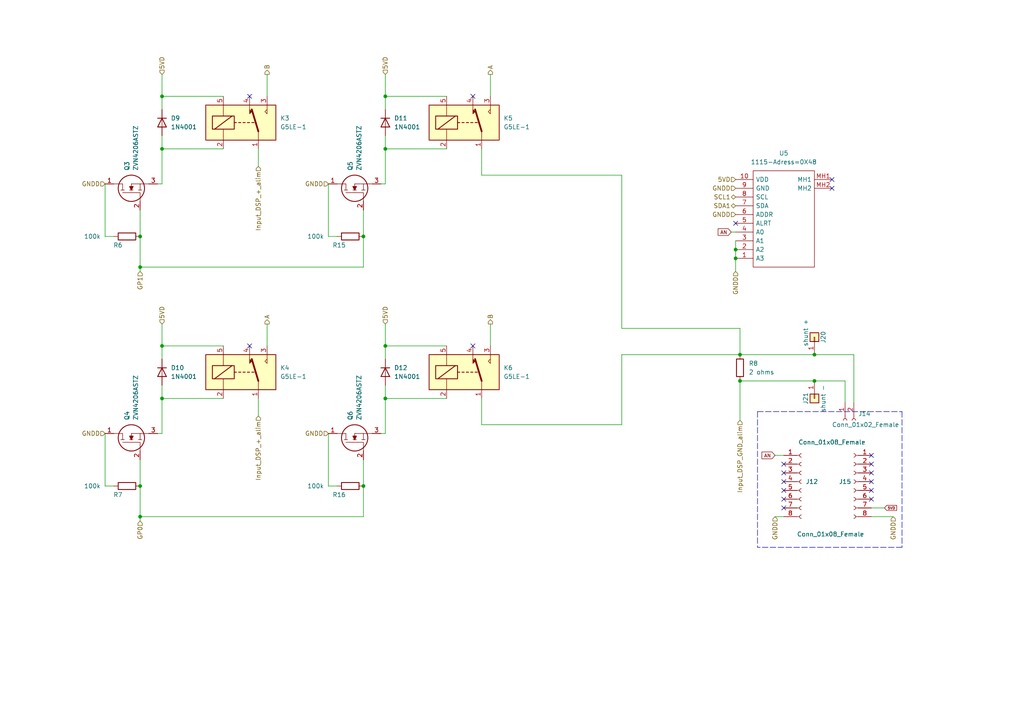
<source format=kicad_sch>
(kicad_sch (version 20211123) (generator eeschema)
  (paper "A4")
  (lib_symbols
    (symbol "1085_1" (pin_names (offset 0.762))
      (property "Reference" "IC" (at 24.13 7.62 0))
      (property "Value" "1085_1" (at 24.13 5.08 0))
      (symbol "1085_1_0_0"
        (pin passive line (at 0 -22.86 0) (length 5.08) (name "A3") (number "1"))
        (pin passive line (at 0 0 0) (length 5.08) (name "VDD") (number "10"))
        (pin passive line (at 0 -20.32 0) (length 5.08) (name "A2") (number "2"))
        (pin passive line (at 0 -17.78 0) (length 5.08) (name "A1") (number "3"))
        (pin passive line (at 0 -15.24 0) (length 5.08) (name "A0") (number "4"))
        (pin passive line (at 0 -12.7 0) (length 5.08) (name "ALRT") (number "5"))
        (pin passive line (at 0 -10.16 0) (length 5.08) (name "ADDR") (number "6"))
        (pin passive line (at 0 -7.62 0) (length 5.08) (name "SDA") (number "7"))
        (pin passive line (at 0 -5.08 0) (length 5.08) (name "SCL") (number "8"))
        (pin passive line (at 0 -2.54 0) (length 5.08) (name "GND") (number "9"))
        (pin passive line (at 27.94 0 180) (length 5.08) (name "MH1") (number "MH1"))
        (pin passive line (at 27.94 -2.54 180) (length 5.08) (name "MH2") (number "MH2"))
      )
      (symbol "1085_1_0_1"
        (polyline (pts (xy 5.08 2.54) (xy 22.86 2.54) (xy 22.86 -25.4) (xy 5.08 -25.4) (xy 5.08 2.54)) (stroke (width 0.1524)))
      )
    )
    (symbol "Connector:Conn_01x02_Female" (pin_names (offset 1.016) hide)
      (property "Reference" "J" (at 0 2.54 0))
      (property "Value" "Conn_01x02_Female" (at 0 -5.08 0))
      (symbol "Conn_01x02_Female_1_1"
        (arc (start 0 -2.032) (mid -0.508 -2.54) (end 0 -3.048) (stroke (width 0.1524)))
        (polyline (pts (xy -1.27 -2.54) (xy -0.508 -2.54)) (stroke (width 0.1524)))
        (polyline (pts (xy -1.27 0) (xy -0.508 0)) (stroke (width 0.1524)))
        (arc (start 0 0.508) (mid -0.508 0) (end 0 -0.508) (stroke (width 0.1524)))
        (pin passive line (at -5.08 0 0) (length 3.81) (name "Pin_1") (number "1"))
        (pin passive line (at -5.08 -2.54 0) (length 3.81) (name "Pin_2") (number "2"))
      )
    )
    (symbol "Connector:Conn_01x08_Female" (pin_names (offset 1.016) hide)
      (property "Reference" "J" (at 0 10.16 0))
      (property "Value" "Conn_01x08_Female" (at 0 -12.7 0))
      (symbol "Conn_01x08_Female_1_1"
        (arc (start 0 -9.652) (mid -0.508 -10.16) (end 0 -10.668) (stroke (width 0.1524)))
        (arc (start 0 -7.112) (mid -0.508 -7.62) (end 0 -8.128) (stroke (width 0.1524)))
        (arc (start 0 -4.572) (mid -0.508 -5.08) (end 0 -5.588) (stroke (width 0.1524)))
        (arc (start 0 -2.032) (mid -0.508 -2.54) (end 0 -3.048) (stroke (width 0.1524)))
        (polyline (pts (xy -1.27 -10.16) (xy -0.508 -10.16)) (stroke (width 0.1524)))
        (polyline (pts (xy -1.27 -7.62) (xy -0.508 -7.62)) (stroke (width 0.1524)))
        (polyline (pts (xy -1.27 -5.08) (xy -0.508 -5.08)) (stroke (width 0.1524)))
        (polyline (pts (xy -1.27 -2.54) (xy -0.508 -2.54)) (stroke (width 0.1524)))
        (polyline (pts (xy -1.27 0) (xy -0.508 0)) (stroke (width 0.1524)))
        (polyline (pts (xy -1.27 2.54) (xy -0.508 2.54)) (stroke (width 0.1524)))
        (polyline (pts (xy -1.27 5.08) (xy -0.508 5.08)) (stroke (width 0.1524)))
        (polyline (pts (xy -1.27 7.62) (xy -0.508 7.62)) (stroke (width 0.1524)))
        (arc (start 0 0.508) (mid -0.508 0) (end 0 -0.508) (stroke (width 0.1524)))
        (arc (start 0 3.048) (mid -0.508 2.54) (end 0 2.032) (stroke (width 0.1524)))
        (arc (start 0 5.588) (mid -0.508 5.08) (end 0 4.572) (stroke (width 0.1524)))
        (arc (start 0 8.128) (mid -0.508 7.62) (end 0 7.112) (stroke (width 0.1524)))
        (pin passive line (at -5.08 7.62 0) (length 3.81) (name "Pin_1") (number "1"))
        (pin passive line (at -5.08 5.08 0) (length 3.81) (name "Pin_2") (number "2"))
        (pin passive line (at -5.08 2.54 0) (length 3.81) (name "Pin_3") (number "3"))
        (pin passive line (at -5.08 0 0) (length 3.81) (name "Pin_4") (number "4"))
        (pin passive line (at -5.08 -2.54 0) (length 3.81) (name "Pin_5") (number "5"))
        (pin passive line (at -5.08 -5.08 0) (length 3.81) (name "Pin_6") (number "6"))
        (pin passive line (at -5.08 -7.62 0) (length 3.81) (name "Pin_7") (number "7"))
        (pin passive line (at -5.08 -10.16 0) (length 3.81) (name "Pin_8") (number "8"))
      )
    )
    (symbol "Connector_Generic:Conn_01x01" (pin_names (offset 1.016) hide)
      (property "Reference" "J" (at 0 2.54 0))
      (property "Value" "Conn_01x01" (at 0 -2.54 0))
      (symbol "Conn_01x01_1_1"
        (rectangle (start -1.27 0.127) (end 0 -0.127) (stroke (width 0.1524)))
        (rectangle (start -1.27 1.27) (end 1.27 -1.27) (stroke (width 0.254)) (fill (type background)))
        (pin passive line (at -5.08 0 0) (length 3.81) (name "Pin_1") (number "1"))
      )
    )
    (symbol "Device:R" (pin_numbers hide) (pin_names (offset 0))
      (property "Reference" "R" (at 2.032 0 90))
      (property "Value" "R" (at 0 0 90))
      (symbol "R_0_1"
        (rectangle (start -1.016 -2.54) (end 1.016 2.54) (stroke (width 0.254)))
      )
      (symbol "R_1_1"
        (pin passive line (at 0 3.81 270) (length 1.27) (name "~") (number "1"))
        (pin passive line (at 0 -3.81 90) (length 1.27) (name "~") (number "2"))
      )
    )
    (symbol "Diode:1N4001" (pin_numbers hide) (pin_names (offset 1.016) hide)
      (property "Reference" "D" (at 0 2.54 0))
      (property "Value" "1N4001" (at 0 -2.54 0))
      (symbol "1N4001_0_1"
        (polyline (pts (xy -1.27 1.27) (xy -1.27 -1.27)) (stroke (width 0.254)))
        (polyline (pts (xy 1.27 0) (xy -1.27 0)))
        (polyline (pts (xy 1.27 1.27) (xy 1.27 -1.27) (xy -1.27 0) (xy 1.27 1.27)) (stroke (width 0.254)))
      )
      (symbol "1N4001_1_1"
        (pin passive line (at -3.81 0 0) (length 2.54) (name "K") (number "1"))
        (pin passive line (at 3.81 0 180) (length 2.54) (name "A") (number "2"))
      )
    )
    (symbol "Relay:G5LE-1"
      (property "Reference" "K" (at 11.43 3.81 0))
      (property "Value" "G5LE-1" (at 11.43 1.27 0))
      (symbol "G5LE-1_0_0"
        (polyline (pts (xy 7.62 5.08) (xy 7.62 2.54) (xy 6.985 3.175) (xy 7.62 3.81)))
      )
      (symbol "G5LE-1_0_1"
        (rectangle (start -10.16 5.08) (end 10.16 -5.08) (stroke (width 0.254)) (fill (type background)))
        (rectangle (start -8.255 1.905) (end -1.905 -1.905) (stroke (width 0.254)))
        (polyline (pts (xy -7.62 -1.905) (xy -2.54 1.905)) (stroke (width 0.254)))
        (polyline (pts (xy -5.08 -5.08) (xy -5.08 -1.905)))
        (polyline (pts (xy -5.08 5.08) (xy -5.08 1.905)))
        (polyline (pts (xy -1.905 0) (xy -1.27 0)) (stroke (width 0.254)))
        (polyline (pts (xy -0.635 0) (xy 0 0)) (stroke (width 0.254)))
        (polyline (pts (xy 0.635 0) (xy 1.27 0)) (stroke (width 0.254)))
        (polyline (pts (xy 1.905 0) (xy 2.54 0)) (stroke (width 0.254)))
        (polyline (pts (xy 3.175 0) (xy 3.81 0)) (stroke (width 0.254)))
        (polyline (pts (xy 5.08 -2.54) (xy 3.175 3.81)) (stroke (width 0.508)))
        (polyline (pts (xy 5.08 -2.54) (xy 5.08 -5.08)))
        (polyline (pts (xy 2.54 5.08) (xy 2.54 2.54) (xy 3.175 3.175) (xy 2.54 3.81)) (fill (type outline)))
      )
      (symbol "G5LE-1_1_1"
        (pin passive line (at 5.08 -7.62 90) (length 2.54) (name "~") (number "1"))
        (pin passive line (at -5.08 -7.62 90) (length 2.54) (name "~") (number "2"))
        (pin passive line (at 7.62 7.62 270) (length 2.54) (name "~") (number "3"))
        (pin passive line (at 2.54 7.62 270) (length 2.54) (name "~") (number "4"))
        (pin passive line (at -5.08 7.62 270) (length 2.54) (name "~") (number "5"))
      )
    )
    (symbol "ZVN4206A:ZVN4206ASTZ" (pin_names (offset 0.762))
      (property "Reference" "Q" (at 11.43 3.81 0))
      (property "Value" "ZVN4206ASTZ" (at 11.43 1.27 0))
      (symbol "ZVN4206ASTZ_0_0"
        (pin passive line (at 7.62 10.16 270) (length 2.54) (name "~") (number "1"))
        (pin passive line (at 0 0 0) (length 2.54) (name "~") (number "2"))
        (pin passive line (at 7.62 -5.08 90) (length 2.54) (name "~") (number "3"))
      )
      (symbol "ZVN4206ASTZ_0_1"
        (polyline (pts (xy 5.842 -0.508) (xy 5.842 0.508)) (stroke (width 0.1524)))
        (polyline (pts (xy 5.842 0) (xy 7.62 0)) (stroke (width 0.1524)))
        (polyline (pts (xy 5.842 2.032) (xy 5.842 3.048)) (stroke (width 0.1524)))
        (polyline (pts (xy 5.842 5.588) (xy 5.842 4.572)) (stroke (width 0.1524)))
        (polyline (pts (xy 7.62 2.54) (xy 5.842 2.54)) (stroke (width 0.1524)))
        (polyline (pts (xy 7.62 2.54) (xy 7.62 -2.54)) (stroke (width 0.1524)))
        (polyline (pts (xy 7.62 5.08) (xy 5.842 5.08)) (stroke (width 0.1524)))
        (polyline (pts (xy 7.62 5.08) (xy 7.62 7.62)) (stroke (width 0.1524)))
        (polyline (pts (xy 2.54 0) (xy 5.08 0) (xy 5.08 5.08)) (stroke (width 0.1524)))
        (polyline (pts (xy 5.842 2.54) (xy 6.858 3.048) (xy 6.858 2.032) (xy 5.842 2.54)) (stroke (width 0.254)) (fill (type outline)))
        (circle (center 6.35 2.54) (radius 3.81) (stroke (width 0.254)))
      )
    )
  )
  (junction (at 111.76 27.94))
  (junction (at 46.99 27.94))
  (junction (at 40.64 149.86))
  (junction (at 40.64 68.58))
  (junction (at 111.76 100.33))
  (junction (at 105.41 140.97))
  (junction (at 213.36 74.93))
  (junction (at 214.63 110.49))
  (junction (at 40.64 77.47))
  (junction (at 46.99 115.57))
  (junction (at 40.64 140.97))
  (junction (at 105.41 68.58))
  (junction (at 46.99 100.33))
  (junction (at 214.63 102.87))
  (junction (at 236.22 102.87))
  (junction (at 46.99 43.18))
  (junction (at 111.76 115.57))
  (junction (at 213.36 72.39))
  (junction (at 111.76 43.18))
  (junction (at 236.22 110.49))
  (no_connect (at 213.36 64.77))
  (no_connect (at 241.3 54.61))
  (no_connect (at 252.73 132.08))
  (no_connect (at 227.33 134.62))
  (no_connect (at 241.3 52.07))
  (no_connect (at 72.39 27.94))
  (no_connect (at 252.73 134.62))
  (no_connect (at 227.33 144.78))
  (no_connect (at 227.33 147.32))
  (no_connect (at 72.39 100.33))
  (no_connect (at 252.73 144.78))
  (no_connect (at 252.73 142.24))
  (no_connect (at 252.73 137.16))
  (no_connect (at 227.33 139.7))
  (no_connect (at 137.16 27.94))
  (no_connect (at 252.73 139.7))
  (no_connect (at 227.33 142.24))
  (no_connect (at 137.16 100.33))
  (no_connect (at 227.33 137.16))
  (wire (pts (xy 40.64 68.58) (xy 40.64 60.96)))
  (wire (pts (xy 214.63 110.49) (xy 214.63 121.92)))
  (wire (pts (xy 46.99 115.57) (xy 46.99 125.73)))
  (wire (pts (xy 236.22 102.87) (xy 214.63 102.87)))
  (wire (pts (xy 212.09 67.31) (xy 213.36 67.31)))
  (polyline (pts (xy 261.62 158.75) (xy 219.71 158.75)))
  (wire (pts (xy 46.99 43.18) (xy 64.77 43.18)))
  (wire (pts (xy 46.99 39.37) (xy 46.99 43.18)))
  (wire (pts (xy 111.76 43.18) (xy 129.54 43.18)))
  (wire (pts (xy 105.41 140.97) (xy 105.41 149.86)))
  (wire (pts (xy 247.65 116.84) (xy 247.65 102.87)))
  (wire (pts (xy 252.73 149.86) (xy 259.08 149.86)))
  (wire (pts (xy 40.64 77.47) (xy 40.64 78.74)))
  (wire (pts (xy 111.76 93.98) (xy 111.76 100.33)))
  (wire (pts (xy 111.76 100.33) (xy 111.76 104.14)))
  (wire (pts (xy 111.76 39.37) (xy 111.76 43.18)))
  (wire (pts (xy 77.47 21.59) (xy 77.47 27.94)))
  (polyline (pts (xy 219.71 119.38) (xy 219.71 158.75)))
  (wire (pts (xy 40.64 68.58) (xy 40.64 77.47)))
  (wire (pts (xy 180.34 102.87) (xy 180.34 123.19)))
  (wire (pts (xy 111.76 27.94) (xy 111.76 31.75)))
  (wire (pts (xy 111.76 115.57) (xy 129.54 115.57)))
  (wire (pts (xy 224.79 132.08) (xy 227.33 132.08)))
  (wire (pts (xy 30.48 140.97) (xy 30.48 125.73)))
  (wire (pts (xy 105.41 68.58) (xy 105.41 77.47)))
  (wire (pts (xy 40.64 140.97) (xy 40.64 149.86)))
  (wire (pts (xy 46.99 21.59) (xy 46.99 27.94)))
  (wire (pts (xy 40.64 140.97) (xy 40.64 133.35)))
  (wire (pts (xy 64.77 100.33) (xy 46.99 100.33)))
  (wire (pts (xy 46.99 115.57) (xy 64.77 115.57)))
  (wire (pts (xy 214.63 95.25) (xy 214.63 102.87)))
  (wire (pts (xy 95.25 68.58) (xy 95.25 53.34)))
  (wire (pts (xy 30.48 68.58) (xy 30.48 53.34)))
  (wire (pts (xy 46.99 53.34) (xy 45.72 53.34)))
  (wire (pts (xy 111.76 111.76) (xy 111.76 115.57)))
  (wire (pts (xy 74.93 43.18) (xy 74.93 48.26)))
  (wire (pts (xy 77.47 93.98) (xy 77.47 100.33)))
  (wire (pts (xy 214.63 102.87) (xy 180.34 102.87)))
  (wire (pts (xy 97.79 140.97) (xy 95.25 140.97)))
  (polyline (pts (xy 219.71 119.38) (xy 261.62 119.38)))
  (wire (pts (xy 33.02 68.58) (xy 30.48 68.58)))
  (wire (pts (xy 40.64 149.86) (xy 105.41 149.86)))
  (wire (pts (xy 46.99 43.18) (xy 46.99 53.34)))
  (wire (pts (xy 111.76 43.18) (xy 111.76 53.34)))
  (wire (pts (xy 214.63 110.49) (xy 236.22 110.49)))
  (wire (pts (xy 33.02 140.97) (xy 30.48 140.97)))
  (wire (pts (xy 139.7 115.57) (xy 139.7 123.19)))
  (wire (pts (xy 180.34 123.19) (xy 139.7 123.19)))
  (wire (pts (xy 180.34 50.8) (xy 180.34 95.25)))
  (wire (pts (xy 224.79 149.86) (xy 227.33 149.86)))
  (wire (pts (xy 64.77 27.94) (xy 46.99 27.94)))
  (wire (pts (xy 46.99 93.98) (xy 46.99 100.33)))
  (wire (pts (xy 111.76 125.73) (xy 110.49 125.73)))
  (wire (pts (xy 46.99 27.94) (xy 46.99 31.75)))
  (wire (pts (xy 139.7 50.8) (xy 180.34 50.8)))
  (wire (pts (xy 213.36 69.85) (xy 213.36 72.39)))
  (wire (pts (xy 245.11 110.49) (xy 245.11 116.84)))
  (wire (pts (xy 40.64 149.86) (xy 40.64 151.13)))
  (wire (pts (xy 129.54 100.33) (xy 111.76 100.33)))
  (wire (pts (xy 46.99 111.76) (xy 46.99 115.57)))
  (wire (pts (xy 111.76 115.57) (xy 111.76 125.73)))
  (wire (pts (xy 97.79 68.58) (xy 95.25 68.58)))
  (wire (pts (xy 105.41 140.97) (xy 105.41 133.35)))
  (wire (pts (xy 95.25 140.97) (xy 95.25 125.73)))
  (polyline (pts (xy 261.62 119.38) (xy 261.62 158.75)))
  (wire (pts (xy 111.76 53.34) (xy 110.49 53.34)))
  (wire (pts (xy 142.24 21.59) (xy 142.24 27.94)))
  (wire (pts (xy 213.36 72.39) (xy 213.36 74.93)))
  (wire (pts (xy 180.34 95.25) (xy 214.63 95.25)))
  (wire (pts (xy 236.22 110.49) (xy 245.11 110.49)))
  (wire (pts (xy 40.64 77.47) (xy 105.41 77.47)))
  (wire (pts (xy 46.99 100.33) (xy 46.99 104.14)))
  (wire (pts (xy 142.24 93.98) (xy 142.24 100.33)))
  (wire (pts (xy 247.65 102.87) (xy 236.22 102.87)))
  (wire (pts (xy 213.36 74.93) (xy 213.36 78.74)))
  (wire (pts (xy 129.54 27.94) (xy 111.76 27.94)))
  (wire (pts (xy 74.93 115.57) (xy 74.93 120.65)))
  (wire (pts (xy 46.99 125.73) (xy 45.72 125.73)))
  (wire (pts (xy 105.41 68.58) (xy 105.41 60.96)))
  (wire (pts (xy 139.7 43.18) (xy 139.7 50.8)))
  (wire (pts (xy 252.73 147.32) (xy 256.54 147.32)))
  (wire (pts (xy 111.76 21.59) (xy 111.76 27.94)))
  (global_label "5VD" (shape input) (at 256.54 147.32 0) (effects (font (size 0.75 0.75))) (property "Intersheet References" "${INTERSHEET_REFS}" (effects hide)))
  (global_label "AN" (shape input) (at 212.09 67.31 180) (effects (font (size 1 1))) (property "Intersheet References" "${INTERSHEET_REFS}" (effects hide)))
  (global_label "AN" (shape input) (at 224.79 132.08 180) (effects (font (size 1 1))) (property "Intersheet References" "${INTERSHEET_REFS}" (effects hide)))
  (hierarchical_label "GNDD" (shape input) (at 259.08 149.86 270))
  (hierarchical_label "GNDD" (shape input) (at 95.25 53.34 180))
  (hierarchical_label "5VD" (shape input) (at 46.99 93.98 90))
  (hierarchical_label "GNDD" (shape input) (at 213.36 54.61 180))
  (hierarchical_label "GNDD" (shape input) (at 224.79 149.86 270))
  (hierarchical_label "GP0" (shape input) (at 40.64 151.13 270))
  (hierarchical_label "5VD" (shape input) (at 111.76 93.98 90))
  (hierarchical_label "GNDD" (shape input) (at 95.25 125.73 180))
  (hierarchical_label "GNDD" (shape input) (at 213.36 78.74 270))
  (hierarchical_label "GP1" (shape input) (at 40.64 78.74 270))
  (hierarchical_label "GNDD" (shape input) (at 213.36 62.23 180))
  (hierarchical_label "A" (shape output) (at 77.47 93.98 90))
  (hierarchical_label "Input_DSP_+_alim" (shape input) (at 74.93 48.26 270))
  (hierarchical_label "5VD" (shape input) (at 46.99 21.59 90))
  (hierarchical_label "Input_DSP_GND_alim" (shape input) (at 214.63 121.92 270))
  (hierarchical_label "5VD" (shape input) (at 213.36 52.07 180))
  (hierarchical_label "B" (shape output) (at 142.24 93.98 90))
  (hierarchical_label "Input_DSP_+_alim" (shape input) (at 74.93 120.65 270))
  (hierarchical_label "SDA1" (shape bidirectional) (at 213.36 59.69 180))
  (hierarchical_label "SCL1" (shape bidirectional) (at 213.36 57.15 180))
  (hierarchical_label "A" (shape output) (at 142.24 21.59 90))
  (hierarchical_label "GNDD" (shape input) (at 30.48 53.34 180))
  (hierarchical_label "B" (shape output) (at 77.47 21.59 90))
  (hierarchical_label "GNDD" (shape input) (at 30.48 125.73 180))
  (hierarchical_label "5VD" (shape input) (at 111.76 21.59 90))
  (symbol (lib_id "Relay:G5LE-1") (at 134.62 107.95 0) (unit 1)
    (property "Reference" "K6" (at 146.05 106.6799 0) (effects (justify left)))
    (property "Value" "G5LE-1" (at 146.05 109.2199 0) (effects (justify left)))
    (property "Footprint" "Relay_THT:Relay_SPDT_Omron-G5LE-1" (effects hide))
    (property "Datasheet" "http://www.omron.com/ecb/products/pdf/en-g5le.pdf" (effects hide))
  )
  (symbol (lib_id "Diode:1N4001") (at 46.99 35.56 270) (unit 1)
    (property "Reference" "D9" (at 49.53 34.2899 90) (effects (justify left)))
    (property "Value" "1N4001" (at 49.53 36.8299 90) (effects (justify left)))
    (property "Footprint" "Diode_THT:D_DO-41_SOD81_P10.16mm_Horizontal" (effects hide))
    (property "Datasheet" "http://www.vishay.com/docs/88503/1n4001.pdf" (effects hide))
  )
  (symbol (lib_id "Relay:G5LE-1") (at 134.62 35.56 0) (unit 1)
    (property "Reference" "K5" (at 146.05 34.2899 0) (effects (justify left)))
    (property "Value" "G5LE-1" (at 146.05 36.8299 0) (effects (justify left)))
    (property "Footprint" "Relay_THT:Relay_SPDT_Omron-G5LE-1" (effects hide))
    (property "Datasheet" "http://www.omron.com/ecb/products/pdf/en-g5le.pdf" (effects hide))
  )
  (symbol (lib_id "ZVN4206A:ZVN4206ASTZ") (at 40.64 133.35 90) (unit 1)
    (property "Reference" "Q4" (at 36.8299 121.92 0) (effects (justify left)))
    (property "Value" "ZVN4206ASTZ" (at 39.3699 121.92 0) (effects (justify left)))
    (property "Footprint" "Package_TO_SOT_THT:TO-92L_Wide" (effects hide))
    (property "Datasheet" "https://www.diodes.com/assets/Datasheets/ZVN4206A.pdf" (effects hide))
    (property "Description" "N-Channel 60 V 600mA (Ta) 700mW (Ta) Through Hole E-Line (TO-92 compatible)" (effects hide))
    (property "Height" "4.01" (effects hide))
    (property "Manufacturer_Name" "Diodes Inc." (effects hide))
    (property "Manufacturer_Part_Number" "ZVN4206ASTZ" (effects hide))
    (property "Mouser Part Number" "522-ZVN4206ASTZ" (effects hide))
    (property "Mouser Price/Stock" "https://www.mouser.co.uk/ProductDetail/Diodes-Incorporated/ZVN4206ASTZ?qs=OlC7AqGiEDlGIiNe7stL%252BQ%3D%3D" (effects hide))
    (property "Arrow Part Number" "ZVN4206ASTZ" (effects hide))
    (property "Arrow Price/Stock" "https://www.arrow.com/en/products/zvn4206astz/diodes-incorporated?region=nac" (effects hide))
  )
  (symbol (lib_id "Device:R") (at 101.6 68.58 90) (unit 1)
    (property "Reference" "R15" (at 100.33 71.12 90) (effects (justify left)))
    (property "Value" "100k" (at 93.98 68.58 90) (effects (justify left)))
    (property "Footprint" "Resistor_THT:R_Axial_DIN0207_L6.3mm_D2.5mm_P7.62mm_Horizontal" (effects hide))
  )
  (symbol (lib_id "Device:R") (at 36.83 68.58 90) (unit 1)
    (property "Reference" "R6" (at 35.56 71.12 90) (effects (justify left)))
    (property "Value" "100k" (at 29.21 68.58 90) (effects (justify left)))
    (property "Footprint" "Resistor_THT:R_Axial_DIN0207_L6.3mm_D2.5mm_P7.62mm_Horizontal" (effects hide))
  )
  (symbol (lib_id "Device:R") (at 101.6 140.97 90) (unit 1)
    (property "Reference" "R16" (at 100.33 143.51 90) (effects (justify left)))
    (property "Value" "100k" (at 93.98 140.97 90) (effects (justify left)))
    (property "Footprint" "Resistor_THT:R_Axial_DIN0207_L6.3mm_D2.5mm_P7.62mm_Horizontal" (effects hide))
  )
  (symbol (lib_id "ZVN4206A:ZVN4206ASTZ") (at 105.41 133.35 90) (unit 1)
    (property "Reference" "Q6" (at 101.5999 121.92 0) (effects (justify left)))
    (property "Value" "ZVN4206ASTZ" (at 104.1399 121.92 0) (effects (justify left)))
    (property "Footprint" "Package_TO_SOT_THT:TO-92L_Wide" (effects hide))
    (property "Datasheet" "https://www.diodes.com/assets/Datasheets/ZVN4206A.pdf" (effects hide))
    (property "Description" "N-Channel 60 V 600mA (Ta) 700mW (Ta) Through Hole E-Line (TO-92 compatible)" (effects hide))
    (property "Height" "4.01" (effects hide))
    (property "Manufacturer_Name" "Diodes Inc." (effects hide))
    (property "Manufacturer_Part_Number" "ZVN4206ASTZ" (effects hide))
    (property "Mouser Part Number" "522-ZVN4206ASTZ" (effects hide))
    (property "Mouser Price/Stock" "https://www.mouser.co.uk/ProductDetail/Diodes-Incorporated/ZVN4206ASTZ?qs=OlC7AqGiEDlGIiNe7stL%252BQ%3D%3D" (effects hide))
    (property "Arrow Part Number" "ZVN4206ASTZ" (effects hide))
    (property "Arrow Price/Stock" "https://www.arrow.com/en/products/zvn4206astz/diodes-incorporated?region=nac" (effects hide))
  )
  (symbol (lib_id "ZVN4206A:ZVN4206ASTZ") (at 40.64 60.96 90) (unit 1)
    (property "Reference" "Q3" (at 36.8299 49.53 0) (effects (justify left)))
    (property "Value" "ZVN4206ASTZ" (at 39.3699 49.53 0) (effects (justify left)))
    (property "Footprint" "Package_TO_SOT_THT:TO-92L_Wide" (effects hide))
    (property "Datasheet" "https://www.diodes.com/assets/Datasheets/ZVN4206A.pdf" (effects hide))
    (property "Description" "N-Channel 60 V 600mA (Ta) 700mW (Ta) Through Hole E-Line (TO-92 compatible)" (effects hide))
    (property "Height" "4.01" (effects hide))
    (property "Manufacturer_Name" "Diodes Inc." (effects hide))
    (property "Manufacturer_Part_Number" "ZVN4206ASTZ" (effects hide))
    (property "Mouser Part Number" "522-ZVN4206ASTZ" (effects hide))
    (property "Mouser Price/Stock" "https://www.mouser.co.uk/ProductDetail/Diodes-Incorporated/ZVN4206ASTZ?qs=OlC7AqGiEDlGIiNe7stL%252BQ%3D%3D" (effects hide))
    (property "Arrow Part Number" "ZVN4206ASTZ" (effects hide))
    (property "Arrow Price/Stock" "https://www.arrow.com/en/products/zvn4206astz/diodes-incorporated?region=nac" (effects hide))
  )
  (symbol (lib_id "Connector_Generic:Conn_01x01") (at 236.22 97.79 90) (unit 1)
    (property "Reference" "J20" (at 238.76 97.79 0))
    (property "Value" "shunt +" (at 233.68 96.52 0))
    (property "Footprint" "Connector_PinHeader_2.54mm:PinHeader_1x01_P2.54mm_Vertical" (effects hide))
  )
  (symbol (lib_name "1085_1") (lib_id "1085:1085") (at 213.36 52.07 0) (unit 1)
    (property "Reference" "U5" (at 227.33 44.45 0))
    (property "Value" "1115-Adress=0X48" (at 227.33 46.99 0))
    (property "Footprint" "1085:1085" (effects hide))
    (property "Datasheet" "https://cdn-shop.adafruit.com/datasheets/ads1115.pdf" (effects hide))
    (property "MANUFACTURER" "Adafruit" (effects hide))
    (property "MAXIMUM_PACKAGE_HEIGHT" "N/A" (effects hide))
    (property "PARTREV" "N/A" (effects hide))
    (property "STANDARD" "Manufacturer Recommendations" (effects hide))
    (property "Description" "Data Conversion IC Development Tools ADS1115 16-Bit ADC - 4 Channel with Programmable Gain Amplifier" (effects hide))
    (property "Height" "5" (effects hide))
    (property "Manufacturer_Name" "Adafruit" (effects hide))
    (property "Manufacturer_Part_Number" "1085" (effects hide))
    (property "Mouser Part Number" "485-1085" (effects hide))
    (property "Mouser Price/Stock" "https://www.mouser.co.uk/ProductDetail/Adafruit/1085?qs=GURawfaeGuCW8oufi8WauA%3D%3D" (effects hide))
    (property "Arrow Part Number" "1085" (effects hide))
    (property "Arrow Price/Stock" "https://www.arrow.com/en/products/1085/adafruit-industries?region=nac" (effects hide))
  )
  (symbol (lib_id "Connector:Conn_01x02_Female") (at 245.11 121.92 90) (mirror x) (unit 1)
    (property "Reference" "J14" (at 248.92 120.0149 90) (effects (justify right)))
    (property "Value" "Conn_01x02_Female" (at 241.3 123.19 90) (effects (justify right)))
    (property "Footprint" "Connector_PinHeader_2.54mm:PinHeader_1x02_P2.54mm_Vertical" (effects hide))
  )
  (symbol (lib_id "Diode:1N4001") (at 111.76 107.95 270) (unit 1)
    (property "Reference" "D12" (at 114.3 106.6799 90) (effects (justify left)))
    (property "Value" "1N4001" (at 114.3 109.2199 90) (effects (justify left)))
    (property "Footprint" "Diode_THT:D_DO-41_SOD81_P10.16mm_Horizontal" (effects hide))
    (property "Datasheet" "http://www.vishay.com/docs/88503/1n4001.pdf" (effects hide))
  )
  (symbol (lib_id "Connector_Generic:Conn_01x01") (at 236.22 115.57 270) (unit 1)
    (property "Reference" "J21" (at 233.68 115.57 0))
    (property "Value" "shunt -" (at 238.76 115.57 0))
    (property "Footprint" "Connector_PinHeader_2.54mm:PinHeader_1x01_P2.54mm_Vertical" (effects hide))
  )
  (symbol (lib_id "Connector:Conn_01x08_Female") (at 247.65 139.7 0) (mirror y) (unit 1)
    (property "Reference" "J15" (at 245.11 139.7 0))
    (property "Value" "Conn_01x08_Female" (at 241.3 128.27 0))
    (property "Footprint" "Connector_PinHeader_2.54mm:PinHeader_1x08_P2.54mm_Vertical" (effects hide))
  )
  (symbol (lib_id "Device:R") (at 36.83 140.97 90) (unit 1)
    (property "Reference" "R7" (at 35.56 143.51 90) (effects (justify left)))
    (property "Value" "100k" (at 29.21 140.97 90) (effects (justify left)))
    (property "Footprint" "Resistor_THT:R_Axial_DIN0207_L6.3mm_D2.5mm_P7.62mm_Horizontal" (effects hide))
  )
  (symbol (lib_id "Diode:1N4001") (at 46.99 107.95 270) (unit 1)
    (property "Reference" "D10" (at 49.53 106.6799 90) (effects (justify left)))
    (property "Value" "1N4001" (at 49.53 109.2199 90) (effects (justify left)))
    (property "Footprint" "Diode_THT:D_DO-41_SOD81_P10.16mm_Horizontal" (effects hide))
    (property "Datasheet" "http://www.vishay.com/docs/88503/1n4001.pdf" (effects hide))
  )
  (symbol (lib_id "Relay:G5LE-1") (at 69.85 35.56 0) (unit 1)
    (property "Reference" "K3" (at 81.28 34.2899 0) (effects (justify left)))
    (property "Value" "G5LE-1" (at 81.28 36.8299 0) (effects (justify left)))
    (property "Footprint" "Relay_THT:Relay_SPDT_Omron-G5LE-1" (effects hide))
    (property "Datasheet" "http://www.omron.com/ecb/products/pdf/en-g5le.pdf" (effects hide))
  )
  (symbol (lib_id "Connector:Conn_01x08_Female") (at 232.41 139.7 0) (unit 1)
    (property "Reference" "J12" (at 233.68 139.7 0) (effects (justify left)))
    (property "Value" "Conn_01x08_Female" (at 231.14 154.94 0) (effects (justify left)))
    (property "Footprint" "Connector_PinHeader_2.54mm:PinHeader_1x08_P2.54mm_Vertical" (effects hide))
  )
  (symbol (lib_id "Diode:1N4001") (at 111.76 35.56 270) (unit 1)
    (property "Reference" "D11" (at 114.3 34.2899 90) (effects (justify left)))
    (property "Value" "1N4001" (at 114.3 36.8299 90) (effects (justify left)))
    (property "Footprint" "Diode_THT:D_DO-41_SOD81_P10.16mm_Horizontal" (effects hide))
    (property "Datasheet" "http://www.vishay.com/docs/88503/1n4001.pdf" (effects hide))
  )
  (symbol (lib_id "Relay:G5LE-1") (at 69.85 107.95 0) (unit 1)
    (property "Reference" "K4" (at 81.28 106.6799 0) (effects (justify left)))
    (property "Value" "G5LE-1" (at 81.28 109.2199 0) (effects (justify left)))
    (property "Footprint" "Relay_THT:Relay_SPDT_Omron-G5LE-1" (effects hide))
    (property "Datasheet" "http://www.omron.com/ecb/products/pdf/en-g5le.pdf" (effects hide))
  )
  (symbol (lib_id "Device:R") (at 214.63 106.68 0) (unit 1)
    (property "Reference" "R8" (at 217.17 105.4099 0) (effects (justify left)))
    (property "Value" "2 ohms" (at 217.17 107.9499 0) (effects (justify left)))
    (property "Footprint" "Resistor_THT:R_Axial_DIN0414_L11.9mm_D4.5mm_P20.32mm_Horizontal" (effects hide))
  )
  (symbol (lib_id "ZVN4206A:ZVN4206ASTZ") (at 105.41 60.96 90) (unit 1)
    (property "Reference" "Q5" (at 101.5999 49.53 0) (effects (justify left)))
    (property "Value" "ZVN4206ASTZ" (at 104.1399 49.53 0) (effects (justify left)))
    (property "Footprint" "Package_TO_SOT_THT:TO-92L_Wide" (effects hide))
    (property "Datasheet" "https://www.diodes.com/assets/Datasheets/ZVN4206A.pdf" (effects hide))
    (property "Description" "N-Channel 60 V 600mA (Ta) 700mW (Ta) Through Hole E-Line (TO-92 compatible)" (effects hide))
    (property "Height" "4.01" (effects hide))
    (property "Manufacturer_Name" "Diodes Inc." (effects hide))
    (property "Manufacturer_Part_Number" "ZVN4206ASTZ" (effects hide))
    (property "Mouser Part Number" "522-ZVN4206ASTZ" (effects hide))
    (property "Mouser Price/Stock" "https://www.mouser.co.uk/ProductDetail/Diodes-Incorporated/ZVN4206ASTZ?qs=OlC7AqGiEDlGIiNe7stL%252BQ%3D%3D" (effects hide))
    (property "Arrow Part Number" "ZVN4206ASTZ" (effects hide))
    (property "Arrow Price/Stock" "https://www.arrow.com/en/products/zvn4206astz/diodes-incorporated?region=nac" (effects hide))
  )
)
</source>
